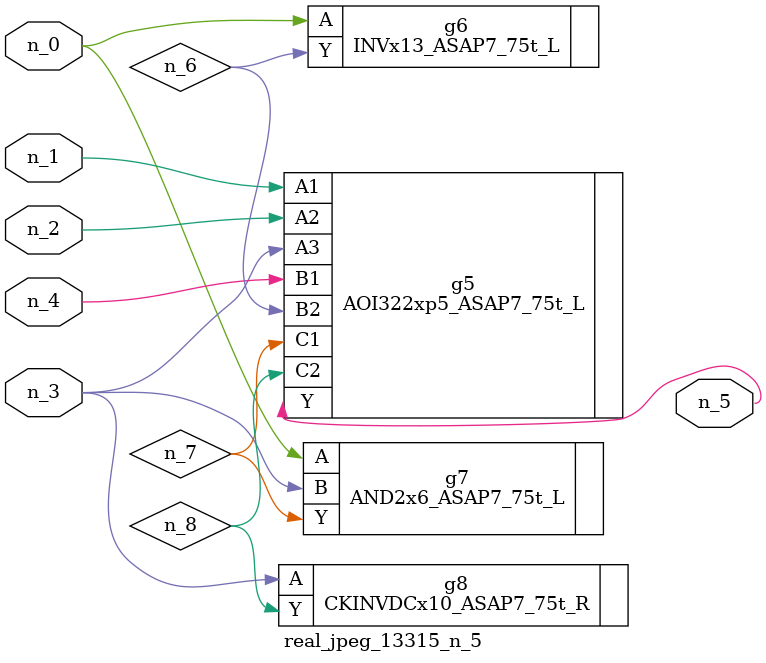
<source format=v>
module real_jpeg_13315_n_5 (n_4, n_0, n_1, n_2, n_3, n_5);

input n_4;
input n_0;
input n_1;
input n_2;
input n_3;

output n_5;

wire n_8;
wire n_6;
wire n_7;

INVx13_ASAP7_75t_L g6 ( 
.A(n_0),
.Y(n_6)
);

AND2x6_ASAP7_75t_L g7 ( 
.A(n_0),
.B(n_3),
.Y(n_7)
);

AOI322xp5_ASAP7_75t_L g5 ( 
.A1(n_1),
.A2(n_2),
.A3(n_3),
.B1(n_4),
.B2(n_6),
.C1(n_7),
.C2(n_8),
.Y(n_5)
);

CKINVDCx10_ASAP7_75t_R g8 ( 
.A(n_3),
.Y(n_8)
);


endmodule
</source>
